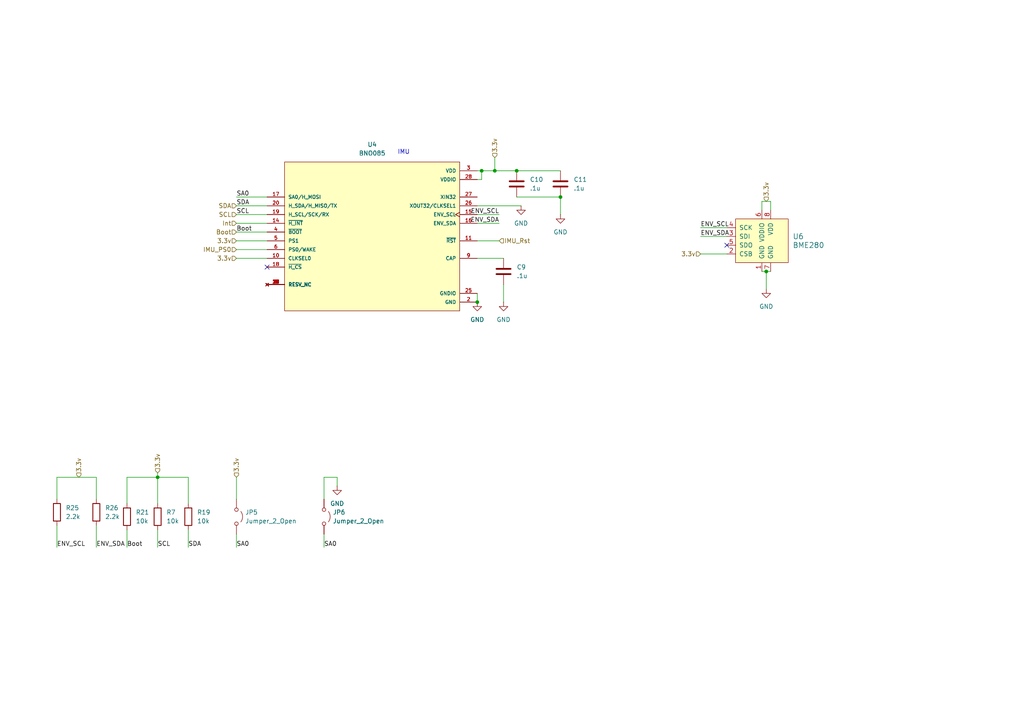
<source format=kicad_sch>
(kicad_sch (version 20231120) (generator "eeschema") (generator_version "8.0")
  (paper "A4")
  (lib_symbols
    (symbol "BNO085:BNO085" (pin_names (offset 1.016))
      (property "Reference" "U" (at -25.4 21.59 0))
      (property "Value" "BNO085" (at -25.4 -25.4 0))
      (symbol "BNO085_0_0"
        (rectangle (start -25.4 -22.86) (end 25.4 20.32) (stroke (width 0.1524)) (fill (type background)))
        (pin no_connect line (at -30.48 -15.24 0) (length 5.08) (name "RESV_NC") (number "1"))
        (pin input line (at -30.48 -7.62 0) (length 5.08) (name "CLKSEL0") (number "10"))
        (pin input line (at 30.48 -2.54 180) (length 5.08) (name "~{RST}") (number "11"))
        (pin no_connect line (at -30.48 -15.24 0) (length 5.08) (name "RESV_NC") (number "12"))
        (pin no_connect line (at -30.48 -15.24 0) (length 5.08) (name "RESV_NC") (number "13"))
        (pin output line (at -30.48 2.54 0) (length 5.08) (name "~{H_INT}") (number "14"))
        (pin bidirectional clock (at 30.48 5.08 180) (length 5.08) (name "ENV_SCL") (number "15"))
        (pin bidirectional line (at 30.48 2.54 180) (length 5.08) (name "ENV_SDA") (number "16"))
        (pin input line (at -30.48 10.16 0) (length 5.08) (name "SA0/H_MOSI") (number "17"))
        (pin input line (at -30.48 -10.16 0) (length 5.08) (name "~{H_CS}") (number "18"))
        (pin bidirectional line (at -30.48 5.08 0) (length 5.08) (name "H_SCL/SCK/RX") (number "19"))
        (pin power_in line (at 30.48 -20.32 180) (length 5.08) (name "GND") (number "2"))
        (pin bidirectional line (at -30.48 7.62 0) (length 5.08) (name "H_SDA/H_MISO/TX") (number "20"))
        (pin no_connect line (at -30.48 -15.24 0) (length 5.08) (name "RESV_NC") (number "21"))
        (pin no_connect line (at -30.48 -15.24 0) (length 5.08) (name "RESV_NC") (number "22"))
        (pin no_connect line (at -30.48 -15.24 0) (length 5.08) (name "RESV_NC") (number "23"))
        (pin no_connect line (at -30.48 -15.24 0) (length 5.08) (name "RESV_NC") (number "24"))
        (pin power_in line (at 30.48 -17.78 180) (length 5.08) (name "GNDIO") (number "25"))
        (pin output line (at 30.48 7.62 180) (length 5.08) (name "XOUT32/CLKSEL1") (number "26"))
        (pin input line (at 30.48 10.16 180) (length 5.08) (name "XIN32") (number "27"))
        (pin power_in line (at 30.48 15.24 180) (length 5.08) (name "VDDIO") (number "28"))
        (pin power_in line (at 30.48 17.78 180) (length 5.08) (name "VDD") (number "3"))
        (pin input line (at -30.48 0 0) (length 5.08) (name "~{BOOT}") (number "4"))
        (pin input line (at -30.48 -2.54 0) (length 5.08) (name "PS1") (number "5"))
        (pin input line (at -30.48 -5.08 0) (length 5.08) (name "PS0/WAKE") (number "6"))
        (pin no_connect line (at -30.48 -15.24 0) (length 5.08) (name "RESV_NC") (number "7"))
        (pin no_connect line (at -30.48 -15.24 0) (length 5.08) (name "RESV_NC") (number "8"))
        (pin passive line (at 30.48 -7.62 180) (length 5.08) (name "CAP") (number "9"))
      )
    )
    (symbol "Device:C" (pin_numbers hide) (pin_names (offset 0.254))
      (property "Reference" "C" (at 0.635 2.54 0))
      (property "Value" "C" (at 0.635 -2.54 0))
      (symbol "C_0_1"
        (polyline (pts (xy -2.032 -0.762) (xy 2.032 -0.762)) (stroke (width 0.508)))
        (polyline (pts (xy -2.032 0.762) (xy 2.032 0.762)) (stroke (width 0.508)))
      )
      (symbol "C_1_1"
        (pin passive line (at 0 3.81 270) (length 2.794) (name "~") (number "1"))
        (pin passive line (at 0 -3.81 90) (length 2.794) (name "~") (number "2"))
      )
    )
    (symbol "Device:R" (pin_numbers hide) (pin_names (offset 0))
      (property "Reference" "R" (at 2.032 0 90))
      (property "Value" "R" (at 0 0 90))
      (symbol "R_0_1"
        (rectangle (start -1.016 -2.54) (end 1.016 2.54) (stroke (width 0.254)))
      )
      (symbol "R_1_1"
        (pin passive line (at 0 3.81 270) (length 1.27) (name "~") (number "1"))
        (pin passive line (at 0 -3.81 90) (length 1.27) (name "~") (number "2"))
      )
    )
    (symbol "Jumper:Jumper_2_Open" (pin_numbers hide) (pin_names (offset 0) hide) (exclude_from_sim yes)
      (property "Reference" "JP" (at 0 2.794 0))
      (property "Value" "Jumper_2_Open" (at 0 -2.286 0))
      (symbol "Jumper_2_Open_0_0"
        (circle (center -2.032 0) (radius 0.508))
        (circle (center 2.032 0) (radius 0.508))
      )
      (symbol "Jumper_2_Open_0_1"
        (arc (start 1.524 1.27) (mid 0 1.778) (end -1.524 1.27))
      )
      (symbol "Jumper_2_Open_1_1"
        (pin passive line (at -5.08 0 0) (length 2.54) (name "A") (number "1"))
        (pin passive line (at 5.08 0 180) (length 2.54) (name "B") (number "2"))
      )
    )
    (symbol "dk_Humidity-Moisture-Sensors:BME280" (pin_names (offset 1.016))
      (property "Reference" "U" (at -5.08 8.89 0))
      (property "Value" "BME280" (at -2.54 11.43 0))
      (symbol "BME280_0_1"
        (rectangle (start 7.62 7.62) (end -7.62 -5.08) (fill (type background)))
      )
      (symbol "BME280_1_1"
        (pin power_in line (at 0 -7.62 90) (length 2.54) (name "GND") (number "1"))
        (pin input line (at -10.16 -2.54 0) (length 2.54) (name "CSB") (number "2"))
        (pin bidirectional line (at -10.16 2.54 0) (length 2.54) (name "SDI") (number "3"))
        (pin input line (at -10.16 5.08 0) (length 2.54) (name "SCK") (number "4"))
        (pin bidirectional line (at -10.16 0 0) (length 2.54) (name "SDO") (number "5"))
        (pin power_in line (at 0 10.16 270) (length 2.54) (name "VDDIO") (number "6"))
        (pin power_in line (at 2.54 -7.62 90) (length 2.54) (name "GND") (number "7"))
        (pin power_in line (at 2.54 10.16 270) (length 2.54) (name "VDD") (number "8"))
      )
    )
    (symbol "power:GND" (power) (pin_numbers hide) (pin_names (offset 0) hide)
      (property "Value" "GND" (at 0 -3.81 0))
      (symbol "GND_0_1"
        (polyline (pts (xy 0 0) (xy 0 -1.27) (xy 1.27 -1.27) (xy 0 -2.54) (xy -1.27 -1.27) (xy 0 -1.27)))
      )
      (symbol "GND_1_1"
        (pin power_in line (at 0 0 270) (length 0) (name "~") (number "1"))
      )
    )
  )
  (junction (at 162.56 57.15))
  (junction (at 138.43 87.63))
  (junction (at 149.86 49.53))
  (junction (at 139.7 49.53))
  (junction (at 222.25 78.74))
  (junction (at 45.72 138.43))
  (junction (at 143.51 49.53))
  (no_connect (at 210.82 71.12))
  (no_connect (at 77.47 77.47))
  (wire (pts (xy 36.83 138.43) (xy 36.83 146.05)))
  (wire (pts (xy 68.58 67.31) (xy 77.47 67.31)))
  (wire (pts (xy 138.43 59.69) (xy 151.13 59.69)))
  (wire (pts (xy 93.98 154.94) (xy 93.98 158.75)))
  (wire (pts (xy 54.61 153.67) (xy 54.61 158.75)))
  (wire (pts (xy 223.52 58.42) (xy 223.52 60.96)))
  (wire (pts (xy 77.47 62.23) (xy 68.58 62.23)))
  (wire (pts (xy 45.72 137.16) (xy 45.72 138.43)))
  (wire (pts (xy 68.58 69.85) (xy 77.47 69.85)))
  (wire (pts (xy 45.72 153.67) (xy 45.72 158.75)))
  (wire (pts (xy 93.98 138.43) (xy 97.79 138.43)))
  (wire (pts (xy 222.25 78.74) (xy 223.52 78.74)))
  (wire (pts (xy 138.43 69.85) (xy 144.78 69.85)))
  (wire (pts (xy 68.58 72.39) (xy 77.47 72.39)))
  (wire (pts (xy 138.43 62.23) (xy 144.78 62.23)))
  (wire (pts (xy 16.51 138.43) (xy 16.51 144.78)))
  (wire (pts (xy 143.51 49.53) (xy 149.86 49.53)))
  (wire (pts (xy 27.94 152.4) (xy 27.94 158.75)))
  (wire (pts (xy 138.43 85.09) (xy 138.43 87.63)))
  (wire (pts (xy 138.43 74.93) (xy 146.05 74.93)))
  (wire (pts (xy 162.56 57.15) (xy 162.56 62.23)))
  (wire (pts (xy 54.61 138.43) (xy 45.72 138.43)))
  (wire (pts (xy 143.51 45.72) (xy 143.51 49.53)))
  (wire (pts (xy 27.94 138.43) (xy 27.94 144.78)))
  (wire (pts (xy 220.98 78.74) (xy 222.25 78.74)))
  (wire (pts (xy 68.58 64.77) (xy 77.47 64.77)))
  (wire (pts (xy 203.2 66.04) (xy 210.82 66.04)))
  (wire (pts (xy 36.83 153.67) (xy 36.83 158.75)))
  (wire (pts (xy 138.43 52.07) (xy 139.7 52.07)))
  (wire (pts (xy 220.98 58.42) (xy 223.52 58.42)))
  (wire (pts (xy 222.25 78.74) (xy 222.25 83.82)))
  (wire (pts (xy 97.79 138.43) (xy 97.79 140.97)))
  (wire (pts (xy 16.51 152.4) (xy 16.51 158.75)))
  (wire (pts (xy 54.61 146.05) (xy 54.61 138.43)))
  (wire (pts (xy 16.51 138.43) (xy 27.94 138.43)))
  (wire (pts (xy 203.2 73.66) (xy 210.82 73.66)))
  (wire (pts (xy 93.98 144.78) (xy 93.98 138.43)))
  (wire (pts (xy 45.72 146.05) (xy 45.72 138.43)))
  (wire (pts (xy 220.98 58.42) (xy 220.98 60.96)))
  (wire (pts (xy 162.56 57.15) (xy 149.86 57.15)))
  (wire (pts (xy 139.7 49.53) (xy 143.51 49.53)))
  (wire (pts (xy 149.86 49.53) (xy 162.56 49.53)))
  (wire (pts (xy 203.2 68.58) (xy 210.82 68.58)))
  (wire (pts (xy 138.43 49.53) (xy 139.7 49.53)))
  (wire (pts (xy 68.58 57.15) (xy 77.47 57.15)))
  (wire (pts (xy 45.72 138.43) (xy 36.83 138.43)))
  (wire (pts (xy 68.58 74.93) (xy 77.47 74.93)))
  (wire (pts (xy 68.58 154.94) (xy 68.58 158.75)))
  (wire (pts (xy 139.7 49.53) (xy 139.7 52.07)))
  (wire (pts (xy 68.58 59.69) (xy 77.47 59.69)))
  (wire (pts (xy 138.43 64.77) (xy 144.78 64.77)))
  (wire (pts (xy 68.58 138.43) (xy 68.58 144.78)))
  (wire (pts (xy 146.05 82.55) (xy 146.05 87.63)))
  (text "IMU" (at 117.094 44.196 0) (effects (font (size 1.27 1.27))))
  (label "SCL" (at 45.72 158.75 0))
  (label "Boot" (at 68.58 67.31 0))
  (label "SA0" (at 93.98 158.75 0))
  (label "SDA" (at 54.61 158.75 0))
  (label "ENV_SDA" (at 144.78 64.77 180))
  (label "ENV_SCL" (at 203.2 66.04 0))
  (label "ENV_SDA" (at 27.94 158.75 0))
  (label "SDA" (at 68.58 59.69 0))
  (label "SCL" (at 68.58 62.23 0))
  (label "ENV_SDA" (at 203.2 68.58 0))
  (label "SA0" (at 68.58 57.15 0))
  (label "Boot" (at 36.83 158.75 0))
  (label "SA0" (at 68.58 158.75 0))
  (label "ENV_SCL" (at 16.51 158.75 0))
  (label "ENV_SCL" (at 144.78 62.23 180))
  (hierarchical_label "3.3v" (shape input) (at 45.72 137.16 90))
  (hierarchical_label "Int" (shape input) (at 68.58 64.77 180))
  (hierarchical_label "3.3v" (shape input) (at 22.86 138.43 90))
  (hierarchical_label "IMU_Rst" (shape input) (at 144.78 69.85 0))
  (hierarchical_label "SCL" (shape input) (at 68.58 62.23 180))
  (hierarchical_label "3.3v" (shape input) (at 68.58 69.85 180))
  (hierarchical_label "3.3v" (shape input) (at 68.58 138.43 90))
  (hierarchical_label "3.3v" (shape input) (at 222.25 58.42 90))
  (hierarchical_label "SDA" (shape input) (at 68.58 59.69 180))
  (hierarchical_label "Boot" (shape input) (at 68.58 67.31 180))
  (hierarchical_label "3.3v" (shape input) (at 203.2 73.66 180))
  (hierarchical_label "3.3v" (shape input) (at 68.58 74.93 180))
  (hierarchical_label "IMU_PS0" (shape input) (at 68.58 72.39 180))
  (hierarchical_label "3.3v" (shape input) (at 143.51 45.72 90))
  (symbol (lib_id "power:GND") (at 138.43 87.63 0) (unit 1)
    (property "Reference" "#PWR025" (effects (hide yes)))
    (property "Value" "GND" (at 138.43 92.71 0))
    (property "Description" "Power symbol creates a global label with name \"GND\" , ground" (effects (hide yes)))
  )
  (symbol (lib_id "Device:R") (at 45.72 149.86 0) (unit 1)
    (property "Reference" "R7" (at 48.26 148.5899 0) (effects (justify left)))
    (property "Value" "10k" (at 48.26 151.1299 0) (effects (justify left)))
    (property "Description" "Resistor" (effects (hide yes)))
  )
  (symbol (lib_id "Device:C") (at 146.05 78.74 0) (unit 1)
    (property "Reference" "C9" (at 149.86 77.4699 0) (effects (justify left)))
    (property "Value" ".1u" (at 149.86 80.0099 0) (effects (justify left)))
    (property "Description" "Unpolarized capacitor" (effects (hide yes)))
  )
  (symbol (lib_id "Device:R") (at 27.94 148.59 0) (unit 1)
    (property "Reference" "R26" (at 30.48 147.3199 0) (effects (justify left)))
    (property "Value" "2.2k" (at 30.48 149.8599 0) (effects (justify left)))
    (property "Description" "Resistor" (effects (hide yes)))
  )
  (symbol (lib_id "Device:C") (at 162.56 53.34 0) (unit 1)
    (property "Reference" "C11" (at 166.37 52.0699 0) (effects (justify left)))
    (property "Value" ".1u" (at 166.37 54.6099 0) (effects (justify left)))
    (property "Description" "Unpolarized capacitor" (effects (hide yes)))
  )
  (symbol (lib_id "power:GND") (at 151.13 59.69 0) (unit 1)
    (property "Reference" "#PWR017" (effects (hide yes)))
    (property "Value" "GND" (at 151.13 64.77 0))
    (property "Description" "Power symbol creates a global label with name \"GND\" , ground" (effects (hide yes)))
  )
  (symbol (lib_id "Device:C") (at 149.86 53.34 0) (unit 1)
    (property "Reference" "C10" (at 153.67 52.0699 0) (effects (justify left)))
    (property "Value" ".1u" (at 153.67 54.6099 0) (effects (justify left)))
    (property "Description" "Unpolarized capacitor" (effects (hide yes)))
  )
  (symbol (lib_id "power:GND") (at 146.05 87.63 0) (unit 1)
    (property "Reference" "#PWR026" (effects (hide yes)))
    (property "Value" "GND" (at 146.05 92.71 0))
    (property "Description" "Power symbol creates a global label with name \"GND\" , ground" (effects (hide yes)))
  )
  (symbol (lib_id "power:GND") (at 97.79 140.97 0) (unit 1)
    (property "Reference" "#PWR014" (effects (hide yes)))
    (property "Value" "GND" (at 97.79 146.05 0))
    (property "Description" "Power symbol creates a global label with name \"GND\" , ground" (effects (hide yes)))
  )
  (symbol (lib_id "power:GND") (at 162.56 62.23 0) (unit 1)
    (property "Reference" "#PWR031" (effects (hide yes)))
    (property "Value" "GND" (at 162.56 67.31 0))
    (property "Description" "Power symbol creates a global label with name \"GND\" , ground" (effects (hide yes)))
  )
  (symbol (lib_id "Device:R") (at 54.61 149.86 0) (unit 1)
    (property "Reference" "R19" (at 57.15 148.5899 0) (effects (justify left)))
    (property "Value" "10k" (at 57.15 151.1299 0) (effects (justify left)))
    (property "Description" "Resistor" (effects (hide yes)))
  )
  (symbol (lib_id "dk_Humidity-Moisture-Sensors:BME280") (at 220.98 71.12 0) (unit 1)
    (property "Reference" "U6" (at 229.87 68.5799 0) (effects (font (size 1.524 1.524)) (justify left)))
    (property "Value" "BME280" (at 229.87 71.1199 0) (effects (font (size 1.524 1.524)) (justify left)))
    (property "Footprint" "digikey-footprints:Pressure_Sensor_LGA-8_2.5x2.5mm_BME280" (effects (hide yes)))
    (property "Datasheet" "https://cdn-learn.adafruit.com/downloads/pdf/adafruit-bme280-humidity-barometric-pressure-temperature-sensor-breakout.pdf" (effects (hide yes)))
    (property "Description" "SENSOR PRESSURE HUMIDITY TEMP" (effects (hide yes)))
    (property "Digi-Key_PN" "828-1063-1-ND" (effects (hide yes)))
    (property "MPN" "BME280" (effects (hide yes)))
    (property "Category" "Sensors, Transducers" (effects (hide yes)))
    (property "Family" "Humidity, Moisture Sensors" (effects (hide yes)))
    (property "DK_Datasheet_Link" "https://ae-bst.resource.bosch.com/media/_tech/media/datasheets/BST-BME280-DS002.pdf" (effects (hide yes)))
    (property "DK_Detail_Page" "/product-detail/en/bosch-sensortec/BME280/828-1063-1-ND/6136314" (effects (hide yes)))
    (property "Description_1" "SENSOR PRESSURE HUMIDITY TEMP" (effects (hide yes)))
    (property "Manufacturer" "Bosch Sensortec" (effects (hide yes)))
    (property "Status" "Active" (effects (hide yes)))
  )
  (symbol (lib_id "BNO085:BNO085") (at 107.95 67.31 0) (unit 1)
    (property "Reference" "U4" (at 107.95 41.91 0))
    (property "Value" "BNO085" (at 107.95 44.45 0))
    (property "Footprint" "BNO085:IC_BNO085" (effects (hide yes)))
    (property "Datasheet" "https://www.ceva-ip.com/wp-content/uploads/2019/10/BNO080_085-Datasheet.pdf" (effects (hide yes)))
    (property "MF" "Hillcrest Laboratories," (effects (hide yes)))
    (property "MAXIMUM_PACKAGE_HEIGHT" "1.18mm" (effects (hide yes)))
    (property "Package" "TFLGA-28 Hillcrest Laboratories" (effects (hide yes)))
    (property "Price" "None" (effects (hide yes)))
    (property "Check_prices" "https://www.snapeda.com/parts/BNO085/Hillcrest+Laboratories%252C+Inc./view-part/?ref=eda" (effects (hide yes)))
    (property "STANDARD" "Manufacturer Recommendations" (effects (hide yes)))
    (property "PARTREV" "v1.17" (effects (hide yes)))
    (property "SnapEDA_Link" "https://www.snapeda.com/parts/BNO085/Hillcrest+Laboratories%252C+Inc./view-part/?ref=snap" (effects (hide yes)))
    (property "MP" "BNO085" (effects (hide yes)))
    (property "Description_1" "\nAccelerometer, Gyroscope, Magnetometer, 9 Axis Sensor I²C, SPI, UART Output\n" (effects (hide yes)))
    (property "Availability" "Not in stock" (effects (hide yes)))
    (property "MANUFACTURER" "Hillcrest Laboratories, Inc." (effects (hide yes)))
  )
  (symbol (lib_id "Device:R") (at 16.51 148.59 0) (unit 1)
    (property "Reference" "R25" (at 19.05 147.3199 0) (effects (justify left)))
    (property "Value" "2.2k" (at 19.05 149.8599 0) (effects (justify left)))
    (property "Description" "Resistor" (effects (hide yes)))
  )
  (symbol (lib_id "Jumper:Jumper_2_Open") (at 93.98 149.86 270) (unit 1) (exclude_from_sim yes)
    (property "Reference" "JP6" (at 96.52 148.5899 90) (effects (justify left)))
    (property "Value" "Jumper_2_Open" (at 96.52 151.1299 90) (effects (justify left)))
    (property "Description" "Jumper, 2-pole, open" (effects (hide yes)))
  )
  (symbol (lib_id "power:GND") (at 222.25 83.82 0) (unit 1)
    (property "Reference" "#PWR033" (effects (hide yes)))
    (property "Value" "GND" (at 222.25 88.9 0))
    (property "Description" "Power symbol creates a global label with name \"GND\" , ground" (effects (hide yes)))
  )
  (symbol (lib_id "Jumper:Jumper_2_Open") (at 68.58 149.86 270) (unit 1) (exclude_from_sim yes)
    (property "Reference" "JP5" (at 71.12 148.5899 90) (effects (justify left)))
    (property "Value" "Jumper_2_Open" (at 71.12 151.1299 90) (effects (justify left)))
    (property "Description" "Jumper, 2-pole, open" (effects (hide yes)))
  )
  (symbol (lib_id "Device:R") (at 36.83 149.86 0) (unit 1)
    (property "Reference" "R21" (at 39.37 148.5899 0) (effects (justify left)))
    (property "Value" "10k" (at 39.37 151.1299 0) (effects (justify left)))
    (property "Description" "Resistor" (effects (hide yes)))
  )
)
</source>
